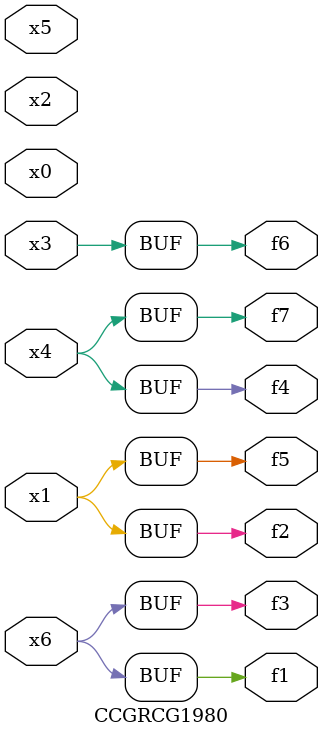
<source format=v>
module CCGRCG1980(
	input x0, x1, x2, x3, x4, x5, x6,
	output f1, f2, f3, f4, f5, f6, f7
);
	assign f1 = x6;
	assign f2 = x1;
	assign f3 = x6;
	assign f4 = x4;
	assign f5 = x1;
	assign f6 = x3;
	assign f7 = x4;
endmodule

</source>
